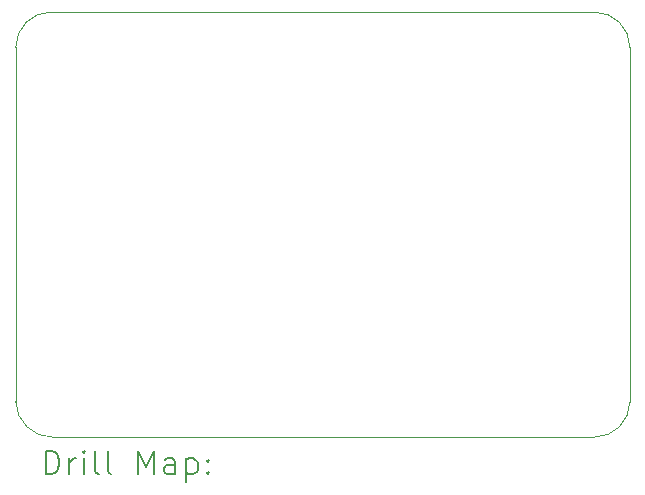
<source format=gbr>
%TF.GenerationSoftware,KiCad,Pcbnew,6.0.11-2627ca5db0~126~ubuntu22.04.1*%
%TF.CreationDate,2023-08-03T03:01:14+02:00*%
%TF.ProjectId,OpenCyphalPicoBase,4f70656e-4379-4706-9861-6c5069636f42,0.2*%
%TF.SameCoordinates,Original*%
%TF.FileFunction,Drillmap*%
%TF.FilePolarity,Positive*%
%FSLAX45Y45*%
G04 Gerber Fmt 4.5, Leading zero omitted, Abs format (unit mm)*
G04 Created by KiCad (PCBNEW 6.0.11-2627ca5db0~126~ubuntu22.04.1) date 2023-08-03 03:01:14*
%MOMM*%
%LPD*%
G01*
G04 APERTURE LIST*
%ADD10C,0.050000*%
%ADD11C,0.200000*%
G04 APERTURE END LIST*
D10*
X11300000Y-11000000D02*
X6712132Y-11000000D01*
X6400000Y-7700000D02*
X6400000Y-10700000D01*
X11600000Y-7700000D02*
X11600000Y-10700000D01*
X11300000Y-7400000D02*
X6700000Y-7400000D01*
X11600000Y-7700000D02*
G75*
G03*
X11300000Y-7400000I-300000J0D01*
G01*
X6700000Y-7400000D02*
G75*
G03*
X6400000Y-7700000I0J-300000D01*
G01*
X11300000Y-11000000D02*
G75*
G03*
X11600000Y-10700000I0J300000D01*
G01*
X6399995Y-10700000D02*
G75*
G03*
X6712132Y-11000000I312135J12380D01*
G01*
D11*
X6655119Y-11312976D02*
X6655119Y-11112976D01*
X6702738Y-11112976D01*
X6731309Y-11122500D01*
X6750357Y-11141548D01*
X6759881Y-11160595D01*
X6769405Y-11198690D01*
X6769405Y-11227262D01*
X6759881Y-11265357D01*
X6750357Y-11284405D01*
X6731309Y-11303452D01*
X6702738Y-11312976D01*
X6655119Y-11312976D01*
X6855119Y-11312976D02*
X6855119Y-11179643D01*
X6855119Y-11217738D02*
X6864643Y-11198690D01*
X6874167Y-11189167D01*
X6893214Y-11179643D01*
X6912262Y-11179643D01*
X6978928Y-11312976D02*
X6978928Y-11179643D01*
X6978928Y-11112976D02*
X6969405Y-11122500D01*
X6978928Y-11132024D01*
X6988452Y-11122500D01*
X6978928Y-11112976D01*
X6978928Y-11132024D01*
X7102738Y-11312976D02*
X7083690Y-11303452D01*
X7074167Y-11284405D01*
X7074167Y-11112976D01*
X7207500Y-11312976D02*
X7188452Y-11303452D01*
X7178928Y-11284405D01*
X7178928Y-11112976D01*
X7436071Y-11312976D02*
X7436071Y-11112976D01*
X7502738Y-11255833D01*
X7569405Y-11112976D01*
X7569405Y-11312976D01*
X7750357Y-11312976D02*
X7750357Y-11208214D01*
X7740833Y-11189167D01*
X7721786Y-11179643D01*
X7683690Y-11179643D01*
X7664643Y-11189167D01*
X7750357Y-11303452D02*
X7731309Y-11312976D01*
X7683690Y-11312976D01*
X7664643Y-11303452D01*
X7655119Y-11284405D01*
X7655119Y-11265357D01*
X7664643Y-11246309D01*
X7683690Y-11236786D01*
X7731309Y-11236786D01*
X7750357Y-11227262D01*
X7845595Y-11179643D02*
X7845595Y-11379643D01*
X7845595Y-11189167D02*
X7864643Y-11179643D01*
X7902738Y-11179643D01*
X7921786Y-11189167D01*
X7931309Y-11198690D01*
X7940833Y-11217738D01*
X7940833Y-11274881D01*
X7931309Y-11293928D01*
X7921786Y-11303452D01*
X7902738Y-11312976D01*
X7864643Y-11312976D01*
X7845595Y-11303452D01*
X8026548Y-11293928D02*
X8036071Y-11303452D01*
X8026548Y-11312976D01*
X8017024Y-11303452D01*
X8026548Y-11293928D01*
X8026548Y-11312976D01*
X8026548Y-11189167D02*
X8036071Y-11198690D01*
X8026548Y-11208214D01*
X8017024Y-11198690D01*
X8026548Y-11189167D01*
X8026548Y-11208214D01*
M02*

</source>
